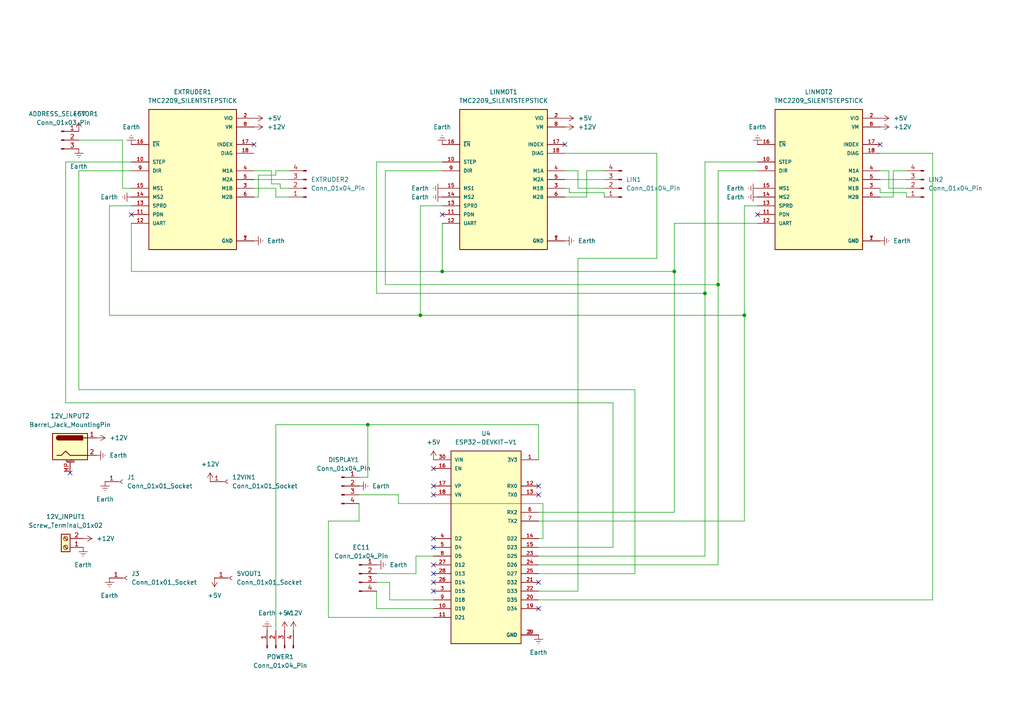
<source format=kicad_sch>
(kicad_sch (version 20231120) (generator "eeschema") (generator_version "8.0")
  (paper "A4")
  (lib_symbols
    (symbol "Connector:Barrel_Jack_MountingPin" (pin_names hide)
      (property "Reference" "J" (at 0 5.334 0))
      (property "Value" "Barrel_Jack_MountingPin" (at 1.27 -6.35 0))
      (symbol "Barrel_Jack_MountingPin_0_1"
        (rectangle (start -5.08 3.81) (end 5.08 -3.81) (stroke (width 0.254)) (fill (type background)))
        (arc (start -3.302 3.175) (mid -3.9343 2.54) (end -3.302 1.905) (stroke (width 0.254)))
        (arc (start -3.302 3.175) (mid -3.9343 2.54) (end -3.302 1.905) (stroke (width 0.254)) (fill (type outline)))
        (polyline (pts (xy 5.08 2.54) (xy 3.81 2.54)) (stroke (width 0.254)))
        (polyline (pts (xy -3.81 -2.54) (xy -2.54 -2.54) (xy -1.27 -1.27) (xy 0 -2.54) (xy 2.54 -2.54) (xy 5.08 -2.54)) (stroke (width 0.254)))
        (rectangle (start 3.683 3.175) (end -3.302 1.905) (stroke (width 0.254)) (fill (type outline)))
      )
      (symbol "Barrel_Jack_MountingPin_1_1"
        (polyline (pts (xy -1.016 -4.572) (xy 1.016 -4.572)) (stroke (width 0.1524)))
        (text "Mounting" (at 0 -4.191 0) (effects (font (size 0.381 0.381))))
        (pin passive line (at 7.62 2.54 180) (length 2.54) (name "~") (number "1"))
        (pin passive line (at 7.62 -2.54 180) (length 2.54) (name "~") (number "2"))
        (pin passive line (at 0 -7.62 90) (length 3.048) (name "MountPin") (number "MP"))
      )
    )
    (symbol "Connector:Conn_01x01_Socket" (pin_names (offset 1.016) hide)
      (property "Reference" "J" (at 0 2.54 0))
      (property "Value" "Conn_01x01_Socket" (at 0 -2.54 0))
      (symbol "Conn_01x01_Socket_1_1"
        (polyline (pts (xy -1.27 0) (xy -0.508 0)) (stroke (width 0.1524)))
        (arc (start 0 0.508) (mid -0.5058 0) (end 0 -0.508) (stroke (width 0.1524)))
        (pin passive line (at -5.08 0 0) (length 3.81) (name "Pin_1") (number "1"))
      )
    )
    (symbol "Connector:Conn_01x03_Pin" (pin_names (offset 1.016) hide)
      (property "Reference" "J" (at 0 5.08 0))
      (property "Value" "Conn_01x03_Pin" (at 0 -5.08 0))
      (symbol "Conn_01x03_Pin_1_1"
        (polyline (pts (xy 1.27 -2.54) (xy 0.8636 -2.54)) (stroke (width 0.1524)))
        (polyline (pts (xy 1.27 0) (xy 0.8636 0)) (stroke (width 0.1524)))
        (polyline (pts (xy 1.27 2.54) (xy 0.8636 2.54)) (stroke (width 0.1524)))
        (rectangle (start 0.8636 -2.413) (end 0 -2.667) (stroke (width 0.1524)) (fill (type outline)))
        (rectangle (start 0.8636 0.127) (end 0 -0.127) (stroke (width 0.1524)) (fill (type outline)))
        (rectangle (start 0.8636 2.667) (end 0 2.413) (stroke (width 0.1524)) (fill (type outline)))
        (pin passive line (at 5.08 2.54 180) (length 3.81) (name "Pin_1") (number "1"))
        (pin passive line (at 5.08 0 180) (length 3.81) (name "Pin_2") (number "2"))
        (pin passive line (at 5.08 -2.54 180) (length 3.81) (name "Pin_3") (number "3"))
      )
    )
    (symbol "Connector:Conn_01x04_Pin" (pin_names (offset 1.016) hide)
      (property "Reference" "J" (at 0 5.08 0))
      (property "Value" "Conn_01x04_Pin" (at 0 -7.62 0))
      (symbol "Conn_01x04_Pin_1_1"
        (polyline (pts (xy 1.27 -5.08) (xy 0.8636 -5.08)) (stroke (width 0.1524)))
        (polyline (pts (xy 1.27 -2.54) (xy 0.8636 -2.54)) (stroke (width 0.1524)))
        (polyline (pts (xy 1.27 0) (xy 0.8636 0)) (stroke (width 0.1524)))
        (polyline (pts (xy 1.27 2.54) (xy 0.8636 2.54)) (stroke (width 0.1524)))
        (rectangle (start 0.8636 -4.953) (end 0 -5.207) (stroke (width 0.1524)) (fill (type outline)))
        (rectangle (start 0.8636 -2.413) (end 0 -2.667) (stroke (width 0.1524)) (fill (type outline)))
        (rectangle (start 0.8636 0.127) (end 0 -0.127) (stroke (width 0.1524)) (fill (type outline)))
        (rectangle (start 0.8636 2.667) (end 0 2.413) (stroke (width 0.1524)) (fill (type outline)))
        (pin passive line (at 5.08 2.54 180) (length 3.81) (name "Pin_1") (number "1"))
        (pin passive line (at 5.08 0 180) (length 3.81) (name "Pin_2") (number "2"))
        (pin passive line (at 5.08 -2.54 180) (length 3.81) (name "Pin_3") (number "3"))
        (pin passive line (at 5.08 -5.08 180) (length 3.81) (name "Pin_4") (number "4"))
      )
    )
    (symbol "Connector:Screw_Terminal_01x02" (pin_names (offset 1.016) hide)
      (property "Reference" "J" (at 0 2.54 0))
      (property "Value" "Screw_Terminal_01x02" (at 0 -5.08 0))
      (symbol "Screw_Terminal_01x02_1_1"
        (rectangle (start -1.27 1.27) (end 1.27 -3.81) (stroke (width 0.254)) (fill (type background)))
        (circle (center 0 -2.54) (radius 0.635) (stroke (width 0.1524)))
        (polyline (pts (xy -0.5334 -2.2098) (xy 0.3302 -3.048)) (stroke (width 0.1524)))
        (polyline (pts (xy -0.5334 0.3302) (xy 0.3302 -0.508)) (stroke (width 0.1524)))
        (polyline (pts (xy -0.3556 -2.032) (xy 0.508 -2.8702)) (stroke (width 0.1524)))
        (polyline (pts (xy -0.3556 0.508) (xy 0.508 -0.3302)) (stroke (width 0.1524)))
        (circle (center 0 0) (radius 0.635) (stroke (width 0.1524)))
        (pin passive line (at -5.08 0 0) (length 3.81) (name "Pin_1") (number "1"))
        (pin passive line (at -5.08 -2.54 0) (length 3.81) (name "Pin_2") (number "2"))
      )
    )
    (symbol "ESP32-DEVKIT-V1:ESP32-DEVKIT-V1" (pin_names (offset 1.016))
      (property "Reference" "U" (at -10.16 30.48 0))
      (property "Value" "ESP32-DEVKIT-V1" (at -10.16 -30.48 0))
      (symbol "ESP32-DEVKIT-V1_0_0"
        (rectangle (start -10.16 -27.94) (end 10.16 27.94) (stroke (width 0.254)) (fill (type background)))
        (pin output line (at 15.24 25.4 180) (length 5.08) (name "3V3") (number "1"))
        (pin bidirectional line (at -15.24 -17.78 0) (length 5.08) (name "D19") (number "10"))
        (pin bidirectional line (at -15.24 -20.32 0) (length 5.08) (name "D21") (number "11"))
        (pin input line (at 15.24 17.78 180) (length 5.08) (name "RX0") (number "12"))
        (pin output line (at 15.24 15.24 180) (length 5.08) (name "TX0") (number "13"))
        (pin bidirectional line (at 15.24 2.54 180) (length 5.08) (name "D22") (number "14"))
        (pin bidirectional line (at 15.24 0 180) (length 5.08) (name "D23") (number "15"))
        (pin input line (at -15.24 22.86 0) (length 5.08) (name "EN") (number "16"))
        (pin bidirectional line (at -15.24 17.78 0) (length 5.08) (name "VP") (number "17"))
        (pin bidirectional line (at -15.24 15.24 0) (length 5.08) (name "VN") (number "18"))
        (pin bidirectional line (at 15.24 -17.78 180) (length 5.08) (name "D34") (number "19"))
        (pin power_in line (at 15.24 -25.4 180) (length 5.08) (name "GND") (number "2"))
        (pin bidirectional line (at 15.24 -15.24 180) (length 5.08) (name "D35") (number "20"))
        (pin bidirectional line (at 15.24 -10.16 180) (length 5.08) (name "D32") (number "21"))
        (pin bidirectional line (at 15.24 -12.7 180) (length 5.08) (name "D33") (number "22"))
        (pin bidirectional line (at 15.24 -2.54 180) (length 5.08) (name "D25") (number "23"))
        (pin bidirectional line (at 15.24 -5.08 180) (length 5.08) (name "D26") (number "24"))
        (pin bidirectional line (at 15.24 -7.62 180) (length 5.08) (name "D27") (number "25"))
        (pin bidirectional line (at -15.24 -10.16 0) (length 5.08) (name "D14") (number "26"))
        (pin bidirectional line (at -15.24 -5.08 0) (length 5.08) (name "D12") (number "27"))
        (pin bidirectional line (at -15.24 -7.62 0) (length 5.08) (name "D13") (number "28"))
        (pin power_in line (at 15.24 -25.4 180) (length 5.08) (name "GND") (number "29"))
        (pin bidirectional line (at -15.24 -12.7 0) (length 5.08) (name "D15") (number "3"))
        (pin input line (at -15.24 25.4 0) (length 5.08) (name "VIN") (number "30"))
        (pin bidirectional line (at -15.24 2.54 0) (length 5.08) (name "D2") (number "4"))
        (pin bidirectional line (at -15.24 0 0) (length 5.08) (name "D4") (number "5"))
        (pin input line (at 15.24 10.16 180) (length 5.08) (name "RX2") (number "6"))
        (pin output line (at 15.24 7.62 180) (length 5.08) (name "TX2") (number "7"))
        (pin bidirectional line (at -15.24 -2.54 0) (length 5.08) (name "D5") (number "8"))
        (pin bidirectional line (at -15.24 -15.24 0) (length 5.08) (name "D18") (number "9"))
      )
    )
    (symbol "TMC2209_SILENTSTEPSTICK:TMC2209_SILENTSTEPSTICK" (pin_names (offset 1.016))
      (property "Reference" "U" (at -12.7 22.86 0))
      (property "Value" "TMC2209_SILENTSTEPSTICK" (at -12.7 -22.86 0))
      (symbol "TMC2209_SILENTSTEPSTICK_0_0"
        (rectangle (start -12.7 -20.32) (end 12.7 20.32) (stroke (width 0.254)) (fill (type background)))
        (pin power_in line (at 17.78 -17.78 180) (length 5.08) (name "GND") (number "1"))
        (pin input line (at -17.78 5.08 0) (length 5.08) (name "STEP") (number "10"))
        (pin bidirectional line (at -17.78 -10.16 0) (length 5.08) (name "PDN") (number "11"))
        (pin bidirectional line (at -17.78 -12.7 0) (length 5.08) (name "UART") (number "12"))
        (pin input line (at -17.78 -7.62 0) (length 5.08) (name "SPRD") (number "13"))
        (pin input line (at -17.78 -5.08 0) (length 5.08) (name "MS2") (number "14"))
        (pin input line (at -17.78 -2.54 0) (length 5.08) (name "MS1") (number "15"))
        (pin input line (at -17.78 10.16 0) (length 5.08) (name "~{EN}") (number "16"))
        (pin output line (at 17.78 10.16 180) (length 5.08) (name "INDEX") (number "17"))
        (pin output line (at 17.78 7.62 180) (length 5.08) (name "DIAG") (number "18"))
        (pin power_in line (at 17.78 17.78 180) (length 5.08) (name "VIO") (number "2"))
        (pin output line (at 17.78 -2.54 180) (length 5.08) (name "M1B") (number "3"))
        (pin output line (at 17.78 2.54 180) (length 5.08) (name "M1A") (number "4"))
        (pin output line (at 17.78 0 180) (length 5.08) (name "M2A") (number "5"))
        (pin output line (at 17.78 -5.08 180) (length 5.08) (name "M2B") (number "6"))
        (pin power_in line (at 17.78 -17.78 180) (length 5.08) (name "GND") (number "7"))
        (pin power_in line (at 17.78 15.24 180) (length 5.08) (name "VM") (number "8"))
        (pin input line (at -17.78 2.54 0) (length 5.08) (name "DIR") (number "9"))
      )
    )
    (symbol "power:+12V" (power) (pin_numbers hide) (pin_names (offset 0) hide)
      (property "Value" "+12V" (at 0 3.556 0))
      (symbol "+12V_0_1"
        (polyline (pts (xy -0.762 1.27) (xy 0 2.54)))
        (polyline (pts (xy 0 0) (xy 0 2.54)))
        (polyline (pts (xy 0 2.54) (xy 0.762 1.27)))
      )
      (symbol "+12V_1_1"
        (pin power_in line (at 0 0 90) (length 0) (name "~") (number "1"))
      )
    )
    (symbol "power:+5V" (power) (pin_numbers hide) (pin_names (offset 0) hide)
      (property "Value" "+5V" (at 0 3.556 0))
      (symbol "+5V_0_1"
        (polyline (pts (xy -0.762 1.27) (xy 0 2.54)))
        (polyline (pts (xy 0 0) (xy 0 2.54)))
        (polyline (pts (xy 0 2.54) (xy 0.762 1.27)))
      )
      (symbol "+5V_1_1"
        (pin power_in line (at 0 0 90) (length 0) (name "~") (number "1"))
      )
    )
    (symbol "power:Earth" (power) (pin_numbers hide) (pin_names (offset 0) hide)
      (property "Value" "Earth" (at 0 -3.81 0))
      (symbol "Earth_0_1"
        (polyline (pts (xy -0.635 -1.905) (xy 0.635 -1.905)))
        (polyline (pts (xy -0.127 -2.54) (xy 0.127 -2.54)))
        (polyline (pts (xy 0 -1.27) (xy 0 0)))
        (polyline (pts (xy 1.27 -1.27) (xy -1.27 -1.27)))
      )
      (symbol "Earth_1_1"
        (pin power_in line (at 0 0 270) (length 0) (name "~") (number "1"))
      )
    )
  )
  (junction (at 208.28 82.55))
  (junction (at 204.47 85.09))
  (junction (at 128.27 78.74))
  (junction (at 195.58 78.74))
  (junction (at 106.68 123.19))
  (junction (at 121.92 91.44))
  (junction (at 215.9 91.44))
  (no_connect (at 20.32 137.16))
  (no_connect (at 128.27 62.23))
  (no_connect (at 125.73 166.37))
  (no_connect (at 125.73 163.83))
  (no_connect (at 38.1 62.23))
  (no_connect (at 156.21 140.97))
  (no_connect (at 163.83 41.91))
  (no_connect (at 219.71 62.23))
  (no_connect (at 255.27 41.91))
  (no_connect (at 125.73 135.89))
  (no_connect (at 125.73 143.51))
  (no_connect (at 156.21 143.51))
  (no_connect (at 125.73 156.21))
  (no_connect (at 125.73 171.45))
  (no_connect (at 125.73 140.97))
  (no_connect (at 125.73 158.75))
  (no_connect (at 125.73 168.91))
  (no_connect (at 156.21 168.91))
  (no_connect (at 73.66 41.91))
  (no_connect (at 156.21 176.53))
  (wire (pts (xy 74.93 50.8) (xy 74.93 57.15)))
  (wire (pts (xy 163.83 54.61) (xy 165.1 54.61)))
  (wire (pts (xy 115.57 143.51) (xy 104.14 143.51)))
  (wire (pts (xy 109.22 46.99) (xy 109.22 85.09)))
  (wire (pts (xy 170.18 57.15) (xy 170.18 49.53)))
  (wire (pts (xy 95.25 179.07) (xy 95.25 151.13)))
  (wire (pts (xy 270.51 44.45) (xy 270.51 173.99)))
  (wire (pts (xy 208.28 49.53) (xy 219.71 49.53)))
  (wire (pts (xy 259.08 57.15) (xy 259.08 49.53)))
  (wire (pts (xy 121.92 59.69) (xy 121.92 91.44)))
  (wire (pts (xy 81.28 54.61) (xy 83.82 54.61)))
  (wire (pts (xy 38.1 46.99) (xy 19.05 46.99)))
  (wire (pts (xy 35.56 54.61) (xy 38.1 54.61)))
  (wire (pts (xy 115.57 146.05) (xy 115.57 143.51)))
  (wire (pts (xy 165.1 54.61) (xy 165.1 55.88)))
  (wire (pts (xy 208.28 82.55) (xy 208.28 49.53)))
  (wire (pts (xy 167.64 171.45) (xy 167.64 74.93)))
  (wire (pts (xy 128.27 78.74) (xy 195.58 78.74)))
  (wire (pts (xy 106.68 123.19) (xy 80.01 123.19)))
  (wire (pts (xy 156.21 161.29) (xy 204.47 161.29)))
  (wire (pts (xy 113.03 173.99) (xy 113.03 168.91)))
  (wire (pts (xy 19.05 46.99) (xy 19.05 116.84)))
  (wire (pts (xy 128.27 49.53) (xy 111.76 49.53)))
  (wire (pts (xy 255.27 49.53) (xy 257.81 49.53)))
  (wire (pts (xy 204.47 85.09) (xy 204.47 46.99)))
  (wire (pts (xy 215.9 59.69) (xy 219.71 59.69)))
  (wire (pts (xy 255.27 52.07) (xy 262.89 52.07)))
  (wire (pts (xy 22.86 113.03) (xy 22.86 49.53)))
  (wire (pts (xy 175.26 55.88) (xy 175.26 57.15)))
  (wire (pts (xy 163.83 49.53) (xy 167.64 49.53)))
  (wire (pts (xy 73.66 52.07) (xy 83.82 52.07)))
  (wire (pts (xy 22.86 49.53) (xy 38.1 49.53)))
  (wire (pts (xy 184.15 113.03) (xy 184.15 166.37)))
  (wire (pts (xy 195.58 64.77) (xy 219.71 64.77)))
  (wire (pts (xy 80.01 57.15) (xy 83.82 57.15)))
  (wire (pts (xy 195.58 78.74) (xy 195.58 64.77)))
  (wire (pts (xy 73.66 54.61) (xy 80.01 54.61)))
  (wire (pts (xy 156.21 151.13) (xy 215.9 151.13)))
  (wire (pts (xy 80.01 123.19) (xy 80.01 182.88)))
  (wire (pts (xy 106.68 123.19) (xy 106.68 138.43)))
  (wire (pts (xy 156.21 163.83) (xy 208.28 163.83)))
  (wire (pts (xy 184.15 166.37) (xy 156.21 166.37)))
  (wire (pts (xy 167.64 74.93) (xy 190.5 74.93)))
  (wire (pts (xy 208.28 163.83) (xy 208.28 82.55)))
  (wire (pts (xy 106.68 138.43) (xy 104.14 138.43)))
  (wire (pts (xy 262.89 55.88) (xy 262.89 57.15)))
  (wire (pts (xy 73.66 49.53) (xy 78.74 49.53)))
  (wire (pts (xy 195.58 148.59) (xy 195.58 78.74)))
  (wire (pts (xy 156.21 156.21) (xy 157.48 156.21)))
  (wire (pts (xy 255.27 57.15) (xy 259.08 57.15)))
  (wire (pts (xy 257.81 54.61) (xy 262.89 54.61)))
  (wire (pts (xy 19.05 116.84) (xy 177.8 116.84)))
  (wire (pts (xy 125.73 161.29) (xy 120.65 161.29)))
  (wire (pts (xy 95.25 151.13) (xy 104.14 151.13)))
  (wire (pts (xy 113.03 168.91) (xy 109.22 168.91)))
  (wire (pts (xy 156.21 173.99) (xy 270.51 173.99)))
  (wire (pts (xy 31.75 59.69) (xy 31.75 91.44)))
  (wire (pts (xy 80.01 49.53) (xy 80.01 50.8)))
  (wire (pts (xy 128.27 59.69) (xy 121.92 59.69)))
  (wire (pts (xy 111.76 49.53) (xy 111.76 82.55)))
  (wire (pts (xy 156.21 148.59) (xy 195.58 148.59)))
  (wire (pts (xy 257.81 49.53) (xy 257.81 54.61)))
  (wire (pts (xy 104.14 151.13) (xy 104.14 146.05)))
  (wire (pts (xy 255.27 55.88) (xy 262.89 55.88)))
  (wire (pts (xy 177.8 116.84) (xy 177.8 158.75)))
  (wire (pts (xy 204.47 161.29) (xy 204.47 85.09)))
  (wire (pts (xy 259.08 49.53) (xy 262.89 49.53)))
  (wire (pts (xy 157.48 156.21) (xy 157.48 146.05)))
  (wire (pts (xy 81.28 53.34) (xy 81.28 54.61)))
  (wire (pts (xy 38.1 78.74) (xy 128.27 78.74)))
  (wire (pts (xy 177.8 158.75) (xy 156.21 158.75)))
  (wire (pts (xy 156.21 123.19) (xy 106.68 123.19)))
  (wire (pts (xy 121.92 91.44) (xy 215.9 91.44)))
  (wire (pts (xy 184.15 113.03) (xy 22.86 113.03)))
  (wire (pts (xy 80.01 54.61) (xy 80.01 57.15)))
  (wire (pts (xy 167.64 49.53) (xy 167.64 54.61)))
  (wire (pts (xy 215.9 151.13) (xy 215.9 91.44)))
  (wire (pts (xy 190.5 74.93) (xy 190.5 44.45)))
  (wire (pts (xy 255.27 54.61) (xy 255.27 55.88)))
  (wire (pts (xy 128.27 46.99) (xy 109.22 46.99)))
  (wire (pts (xy 167.64 54.61) (xy 175.26 54.61)))
  (wire (pts (xy 80.01 50.8) (xy 74.93 50.8)))
  (wire (pts (xy 255.27 44.45) (xy 270.51 44.45)))
  (wire (pts (xy 156.21 133.35) (xy 156.21 123.19)))
  (wire (pts (xy 128.27 64.77) (xy 128.27 78.74)))
  (wire (pts (xy 163.83 52.07) (xy 175.26 52.07)))
  (wire (pts (xy 38.1 64.77) (xy 38.1 78.74)))
  (wire (pts (xy 120.65 161.29) (xy 120.65 166.37)))
  (wire (pts (xy 120.65 166.37) (xy 109.22 166.37)))
  (wire (pts (xy 109.22 85.09) (xy 204.47 85.09)))
  (wire (pts (xy 74.93 57.15) (xy 73.66 57.15)))
  (wire (pts (xy 83.82 49.53) (xy 80.01 49.53)))
  (wire (pts (xy 215.9 91.44) (xy 215.9 59.69)))
  (wire (pts (xy 170.18 49.53) (xy 175.26 49.53)))
  (wire (pts (xy 35.56 40.64) (xy 35.56 54.61)))
  (wire (pts (xy 31.75 91.44) (xy 121.92 91.44)))
  (wire (pts (xy 157.48 146.05) (xy 115.57 146.05)))
  (wire (pts (xy 204.47 46.99) (xy 219.71 46.99)))
  (wire (pts (xy 165.1 55.88) (xy 175.26 55.88)))
  (wire (pts (xy 78.74 49.53) (xy 78.74 53.34)))
  (wire (pts (xy 78.74 53.34) (xy 81.28 53.34)))
  (wire (pts (xy 125.73 179.07) (xy 95.25 179.07)))
  (wire (pts (xy 125.73 176.53) (xy 109.22 176.53)))
  (wire (pts (xy 109.22 176.53) (xy 109.22 171.45)))
  (wire (pts (xy 163.83 57.15) (xy 170.18 57.15)))
  (wire (pts (xy 111.76 82.55) (xy 208.28 82.55)))
  (wire (pts (xy 156.21 171.45) (xy 167.64 171.45)))
  (wire (pts (xy 38.1 59.69) (xy 31.75 59.69)))
  (wire (pts (xy 125.73 173.99) (xy 113.03 173.99)))
  (wire (pts (xy 22.86 40.64) (xy 35.56 40.64)))
  (wire (pts (xy 190.5 44.45) (xy 163.83 44.45)))
  (symbol (lib_id "ESP32-DEVKIT-V1:ESP32-DEVKIT-V1") (at 140.97 158.75 0) (unit 1)
    (property "Reference" "U4" (at 140.97 125.73 0))
    (property "Value" "ESP32-DEVKIT-V1" (at 140.97 128.27 0))
    (property "Footprint" "ESP32-DEVKIT-V1:MODULE_ESP32_DEVKIT_V1" (effects (hide yes)))
    (property "MF" "Do it" (effects (hide yes)))
    (property "MAXIMUM_PACKAGE_HEIGHT" "6.8 mm" (effects (hide yes)))
    (property "Package" "None" (effects (hide yes)))
    (property "Price" "None" (effects (hide yes)))
    (property "Check_prices" "https://www.snapeda.com/parts/ESP32-DEVKIT-V1/Do+it/view-part/?ref=eda" (effects (hide yes)))
    (property "STANDARD" "Manufacturer Recommendations" (effects (hide yes)))
    (property "PARTREV" "N/A" (effects (hide yes)))
    (property "SnapEDA_Link" "https://www.snapeda.com/parts/ESP32-DEVKIT-V1/Do+it/view-part/?ref=snap" (effects (hide yes)))
    (property "MP" "ESP32-DEVKIT-V1" (effects (hide yes)))
    (property "Description_1" "\nDual core, Wi-Fi: 2.4 GHz up to 150 Mbits/s,BLE (Bluetooth Low Energy) and legacy Bluetooth, 32 bits, Up to 240 MHz\n" (effects (hide yes)))
    (property "Availability" "Not in stock" (effects (hide yes)))
    (property "MANUFACTURER" "DOIT" (effects (hide yes)))
  )
  (symbol (lib_id "power:Earth") (at 219.71 57.15 270) (unit 1)
    (property "Reference" "#PWR014" (effects (hide yes)))
    (property "Value" "Earth" (at 215.9 57.1499 90) (effects (justify right)))
    (property "Description" "Power symbol creates a global label with name \"Earth\"" (effects (hide yes)))
  )
  (symbol (lib_id "Connector:Conn_01x01_Socket") (at 36.83 167.64 0) (unit 1)
    (property "Reference" "J3" (at 38.1 166.3699 0) (effects (justify left)))
    (property "Value" "Conn_01x01_Socket" (at 38.1 168.9099 0) (effects (justify left)))
    (property "Footprint" "Connector_PinHeader_2.54mm:PinHeader_1x01_P2.54mm_Vertical" (effects (hide yes)))
    (property "Description" "Generic connector, single row, 01x01, script generated" (effects (hide yes)))
  )
  (symbol (lib_id "power:Earth") (at 73.66 69.85 90) (unit 1)
    (property "Reference" "#PWR01" (effects (hide yes)))
    (property "Value" "Earth" (at 77.47 69.8499 90) (effects (justify right)))
    (property "Description" "Power symbol creates a global label with name \"Earth\"" (effects (hide yes)))
  )
  (symbol (lib_id "power:+12V") (at 85.09 182.88 0) (unit 1)
    (property "Reference" "#PWR020" (effects (hide yes)))
    (property "Value" "+12V" (at 85.09 177.8 0))
    (property "Description" "Power symbol creates a global label with name \"+12V\"" (effects (hide yes)))
  )
  (symbol (lib_id "power:Earth") (at 163.83 69.85 90) (unit 1)
    (property "Reference" "#PWR02" (effects (hide yes)))
    (property "Value" "Earth" (at 167.64 69.8499 90) (effects (justify right)))
    (property "Description" "Power symbol creates a global label with name \"Earth\"" (effects (hide yes)))
  )
  (symbol (lib_id "power:Earth") (at 27.94 132.08 90) (unit 1)
    (property "Reference" "#PWR022" (effects (hide yes)))
    (property "Value" "Earth" (at 31.75 132.0799 90) (effects (justify right)))
    (property "Description" "Power symbol creates a global label with name \"Earth\"" (effects (hide yes)))
  )
  (symbol (lib_id "power:Earth") (at 24.13 158.75 0) (unit 1)
    (property "Reference" "#PWR026" (effects (hide yes)))
    (property "Value" "Earth" (at 24.13 163.83 0))
    (property "Description" "Power symbol creates a global label with name \"Earth\"" (effects (hide yes)))
  )
  (symbol (lib_id "power:Earth") (at 38.1 57.15 270) (unit 1)
    (property "Reference" "#PWR023" (effects (hide yes)))
    (property "Value" "Earth" (at 34.29 57.1499 90) (effects (justify right)))
    (property "Description" "Power symbol creates a global label with name \"Earth\"" (effects (hide yes)))
  )
  (symbol (lib_id "Connector:Conn_01x04_Pin") (at 88.9 54.61 180) (unit 1)
    (property "Reference" "EXTRUDER2" (at 90.17 52.0699 0) (effects (justify right)))
    (property "Value" "Conn_01x04_Pin" (at 90.17 54.6099 0) (effects (justify right)))
    (property "Footprint" "Connector_PinSocket_2.54mm:PinSocket_1x04_P2.54mm_Vertical" (effects (hide yes)))
    (property "Description" "Generic connector, single row, 01x04, script generated" (effects (hide yes)))
  )
  (symbol (lib_id "power:+12V") (at 60.96 139.7 0) (unit 1)
    (property "Reference" "#PWR06" (effects (hide yes)))
    (property "Value" "+12V" (at 60.96 134.62 0))
    (property "Description" "Power symbol creates a global label with name \"+12V\"" (effects (hide yes)))
  )
  (symbol (lib_id "power:+5V") (at 163.83 34.29 270) (unit 1)
    (property "Reference" "#PWR030" (effects (hide yes)))
    (property "Value" "+5V" (at 167.64 34.2899 90) (effects (justify left)))
    (property "Description" "Power symbol creates a global label with name \"+5V\"" (effects (hide yes)))
  )
  (symbol (lib_id "Connector:Conn_01x04_Pin") (at 104.14 166.37 0) (unit 1)
    (property "Reference" "EC11" (at 104.775 158.75 0))
    (property "Value" "Conn_01x04_Pin" (at 104.775 161.29 0))
    (property "Footprint" "Connector_PinHeader_2.54mm:PinHeader_1x04_P2.54mm_Vertical" (effects (hide yes)))
    (property "Description" "Generic connector, single row, 01x04, script generated" (effects (hide yes)))
  )
  (symbol (lib_id "power:Earth") (at 31.75 167.64 0) (unit 1)
    (property "Reference" "#PWR05" (effects (hide yes)))
    (property "Value" "Earth" (at 31.75 172.72 0))
    (property "Description" "Power symbol creates a global label with name \"Earth\"" (effects (hide yes)))
  )
  (symbol (lib_id "Connector:Conn_01x03_Pin") (at 17.78 40.64 0) (unit 1)
    (property "Reference" "ADDRESS_SELECTOR1" (at 18.415 33.02 0))
    (property "Value" "Conn_01x03_Pin" (at 18.415 35.56 0))
    (property "Footprint" "Connector_PinHeader_2.54mm:PinHeader_1x03_P2.54mm_Vertical" (effects (hide yes)))
    (property "Description" "Generic connector, single row, 01x03, script generated" (effects (hide yes)))
  )
  (symbol (lib_id "power:+12V") (at 163.83 36.83 270) (unit 1)
    (property "Reference" "#PWR028" (effects (hide yes)))
    (property "Value" "+12V" (at 167.64 36.8299 90) (effects (justify left)))
    (property "Description" "Power symbol creates a global label with name \"+12V\"" (effects (hide yes)))
  )
  (symbol (lib_id "Connector:Conn_01x01_Socket") (at 66.04 139.7 0) (unit 1)
    (property "Reference" "12VIN1" (at 67.31 138.4299 0) (effects (justify left)))
    (property "Value" "Conn_01x01_Socket" (at 67.31 140.9699 0) (effects (justify left)))
    (property "Footprint" "Connector_PinHeader_2.54mm:PinHeader_1x01_P2.54mm_Vertical" (effects (hide yes)))
    (property "Description" "Generic connector, single row, 01x01, script generated" (effects (hide yes)))
  )
  (symbol (lib_id "power:Earth") (at 255.27 69.85 90) (unit 1)
    (property "Reference" "#PWR03" (effects (hide yes)))
    (property "Value" "Earth" (at 259.08 69.8499 90) (effects (justify right)))
    (property "Description" "Power symbol creates a global label with name \"Earth\"" (effects (hide yes)))
  )
  (symbol (lib_id "Connector:Conn_01x04_Pin") (at 267.97 54.61 180) (unit 1)
    (property "Reference" "LIN2" (at 269.24 52.0699 0) (effects (justify right)))
    (property "Value" "Conn_01x04_Pin" (at 269.24 54.6099 0) (effects (justify right)))
    (property "Footprint" "Connector_PinSocket_2.54mm:PinSocket_1x04_P2.54mm_Vertical" (effects (hide yes)))
    (property "Description" "Generic connector, single row, 01x04, script generated" (effects (hide yes)))
  )
  (symbol (lib_id "Connector:Conn_01x04_Pin") (at 180.34 54.61 180) (unit 1)
    (property "Reference" "LIN1" (at 181.61 52.0699 0) (effects (justify right)))
    (property "Value" "Conn_01x04_Pin" (at 181.61 54.6099 0) (effects (justify right)))
    (property "Footprint" "Connector_PinSocket_2.54mm:PinSocket_1x04_P2.54mm_Vertical" (effects (hide yes)))
    (property "Description" "Generic connector, single row, 01x04, script generated" (effects (hide yes)))
  )
  (symbol (lib_id "power:+12V") (at 27.94 127 270) (unit 1)
    (property "Reference" "#PWR021" (effects (hide yes)))
    (property "Value" "+12V" (at 31.75 126.9999 90) (effects (justify left)))
    (property "Description" "Power symbol creates a global label with name \"+12V\"" (effects (hide yes)))
  )
  (symbol (lib_id "power:Earth") (at 104.14 140.97 90) (unit 1)
    (property "Reference" "#PWR017" (effects (hide yes)))
    (property "Value" "Earth" (at 107.95 140.9699 90) (effects (justify right)))
    (property "Description" "Power symbol creates a global label with name \"Earth\"" (effects (hide yes)))
  )
  (symbol (lib_id "power:Earth") (at 219.71 41.91 180) (unit 1)
    (property "Reference" "#PWR034" (effects (hide yes)))
    (property "Value" "Earth" (at 219.71 36.83 0))
    (property "Description" "Power symbol creates a global label with name \"Earth\"" (effects (hide yes)))
  )
  (symbol (lib_id "power:+5V") (at 125.73 133.35 0) (unit 1)
    (property "Reference" "#PWR08" (effects (hide yes)))
    (property "Value" "+5V" (at 125.73 128.27 0))
    (property "Description" "Power symbol creates a global label with name \"+5V\"" (effects (hide yes)))
  )
  (symbol (lib_id "TMC2209_SILENTSTEPSTICK:TMC2209_SILENTSTEPSTICK") (at 146.05 52.07 0) (unit 1)
    (property "Reference" "LINMOT1" (at 146.05 26.67 0))
    (property "Value" "TMC2209_SILENTSTEPSTICK" (at 146.05 29.21 0))
    (property "Footprint" "TMC2209_SILENTSTEPSTICK:MODULE_TMC2209_SILENTSTEPSTICK" (effects (hide yes)))
    (property "MF" "Trinamic Motion Control GmbH" (effects (hide yes)))
    (property "Description_1" "\nTMC2209 Motor Controller/Driver Power Management Evaluation Board\n" (effects (hide yes)))
    (property "Package" "None" (effects (hide yes)))
    (property "Price" "None" (effects (hide yes)))
    (property "Check_prices" "https://www.snapeda.com/parts/TMC2209%20SILENTSTEPSTICK/Trinamic+Motion+Control+GmbH/view-part/?ref=eda" (effects (hide yes)))
    (property "STANDARD" "Manufacturer Recommendations" (effects (hide yes)))
    (property "PARTREV" "1.20" (effects (hide yes)))
    (property "SnapEDA_Link" "https://www.snapeda.com/parts/TMC2209%20SILENTSTEPSTICK/Trinamic+Motion+Control+GmbH/view-part/?ref=snap" (effects (hide yes)))
    (property "MP" "TMC2209 SILENTSTEPSTICK" (effects (hide yes)))
    (property "MANUFACTURER" "Trinamic Motion Control GmbH" (effects (hide yes)))
    (property "Availability" "In Stock" (effects (hide yes)))
    (property "SNAPEDA_PN" "TMC2209 SILENTSTEPSTICK" (effects (hide yes)))
  )
  (symbol (lib_id "power:Earth") (at 156.21 184.15 0) (unit 1)
    (property "Reference" "#PWR09" (effects (hide yes)))
    (property "Value" "Earth" (at 156.21 189.23 0))
    (property "Description" "Power symbol creates a global label with name \"Earth\"" (effects (hide yes)))
  )
  (symbol (lib_id "TMC2209_SILENTSTEPSTICK:TMC2209_SILENTSTEPSTICK") (at 237.49 52.07 0) (unit 1)
    (property "Reference" "LINMOT2" (at 237.49 26.67 0))
    (property "Value" "TMC2209_SILENTSTEPSTICK" (at 237.49 29.21 0))
    (property "Footprint" "TMC2209_SILENTSTEPSTICK:MODULE_TMC2209_SILENTSTEPSTICK" (effects (hide yes)))
    (property "MF" "Trinamic Motion Control GmbH" (effects (hide yes)))
    (property "Description_1" "\nTMC2209 Motor Controller/Driver Power Management Evaluation Board\n" (effects (hide yes)))
    (property "Package" "None" (effects (hide yes)))
    (property "Price" "None" (effects (hide yes)))
    (property "Check_prices" "https://www.snapeda.com/parts/TMC2209%20SILENTSTEPSTICK/Trinamic+Motion+Control+GmbH/view-part/?ref=eda" (effects (hide yes)))
    (property "STANDARD" "Manufacturer Recommendations" (effects (hide yes)))
    (property "PARTREV" "1.20" (effects (hide yes)))
    (property "SnapEDA_Link" "https://www.snapeda.com/parts/TMC2209%20SILENTSTEPSTICK/Trinamic+Motion+Control+GmbH/view-part/?ref=snap" (effects (hide yes)))
    (property "MP" "TMC2209 SILENTSTEPSTICK" (effects (hide yes)))
    (property "MANUFACTURER" "Trinamic Motion Control GmbH" (effects (hide yes)))
    (property "Availability" "In Stock" (effects (hide yes)))
    (property "SNAPEDA_PN" "TMC2209 SILENTSTEPSTICK" (effects (hide yes)))
  )
  (symbol (lib_id "power:+5V") (at 255.27 34.29 270) (unit 1)
    (property "Reference" "#PWR031" (effects (hide yes)))
    (property "Value" "+5V" (at 259.08 34.2899 90) (effects (justify left)))
    (property "Description" "Power symbol creates a global label with name \"+5V\"" (effects (hide yes)))
  )
  (symbol (lib_id "power:Earth") (at 219.71 54.61 270) (unit 1)
    (property "Reference" "#PWR012" (effects (hide yes)))
    (property "Value" "Earth" (at 215.9 54.6099 90) (effects (justify right)))
    (property "Description" "Power symbol creates a global label with name \"Earth\"" (effects (hide yes)))
  )
  (symbol (lib_id "power:Earth") (at 128.27 41.91 180) (unit 1)
    (property "Reference" "#PWR033" (effects (hide yes)))
    (property "Value" "Earth" (at 128.27 36.83 0))
    (property "Description" "Power symbol creates a global label with name \"Earth\"" (effects (hide yes)))
  )
  (symbol (lib_id "power:Earth") (at 22.86 43.18 0) (unit 1)
    (property "Reference" "#PWR025" (effects (hide yes)))
    (property "Value" "Earth" (at 22.86 48.26 0))
    (property "Description" "Power symbol creates a global label with name \"Earth\"" (effects (hide yes)))
  )
  (symbol (lib_id "power:+5V") (at 62.23 167.64 180) (unit 1)
    (property "Reference" "#PWR07" (effects (hide yes)))
    (property "Value" "+5V" (at 62.23 172.72 0))
    (property "Description" "Power symbol creates a global label with name \"+5V\"" (effects (hide yes)))
  )
  (symbol (lib_id "power:+5V") (at 82.55 182.88 0) (unit 1)
    (property "Reference" "#PWR019" (effects (hide yes)))
    (property "Value" "+5V" (at 82.55 177.8 0))
    (property "Description" "Power symbol creates a global label with name \"+5V\"" (effects (hide yes)))
  )
  (symbol (lib_id "power:+12V") (at 24.13 156.21 270) (unit 1)
    (property "Reference" "#PWR027" (effects (hide yes)))
    (property "Value" "+12V" (at 27.94 156.2099 90) (effects (justify left)))
    (property "Description" "Power symbol creates a global label with name \"+12V\"" (effects (hide yes)))
  )
  (symbol (lib_id "power:+5V") (at 73.66 34.29 270) (unit 1)
    (property "Reference" "#PWR016" (effects (hide yes)))
    (property "Value" "+5V" (at 77.47 34.2899 90) (effects (justify left)))
    (property "Description" "Power symbol creates a global label with name \"+5V\"" (effects (hide yes)))
  )
  (symbol (lib_id "Connector:Barrel_Jack_MountingPin") (at 20.32 129.54 0) (unit 1)
    (property "Reference" "12V_INPUT2" (at 20.32 120.65 0))
    (property "Value" "Barrel_Jack_MountingPin" (at 20.32 123.19 0))
    (property "Footprint" "Connector_BarrelJack:BarrelJack_Horizontal" (effects (hide yes)))
    (property "Description" "DC Barrel Jack with a mounting pin" (effects (hide yes)))
  )
  (symbol (lib_id "power:Earth") (at 77.47 182.88 180) (unit 1)
    (property "Reference" "#PWR018" (effects (hide yes)))
    (property "Value" "Earth" (at 77.47 177.8 0))
    (property "Description" "Power symbol creates a global label with name \"Earth\"" (effects (hide yes)))
  )
  (symbol (lib_id "Connector:Conn_01x01_Socket") (at 35.56 139.7 0) (unit 1)
    (property "Reference" "J1" (at 36.83 138.4299 0) (effects (justify left)))
    (property "Value" "Conn_01x01_Socket" (at 36.83 140.9699 0) (effects (justify left)))
    (property "Footprint" "Connector_PinHeader_2.54mm:PinHeader_1x01_P2.54mm_Vertical" (effects (hide yes)))
    (property "Description" "Generic connector, single row, 01x01, script generated" (effects (hide yes)))
  )
  (symbol (lib_id "power:+5V") (at 22.86 38.1 0) (unit 1)
    (property "Reference" "#PWR024" (effects (hide yes)))
    (property "Value" "+5V" (at 22.86 33.02 0))
    (property "Description" "Power symbol creates a global label with name \"+5V\"" (effects (hide yes)))
  )
  (symbol (lib_id "power:Earth") (at 128.27 54.61 270) (unit 1)
    (property "Reference" "#PWR010" (effects (hide yes)))
    (property "Value" "Earth" (at 124.46 54.6099 90) (effects (justify right)))
    (property "Description" "Power symbol creates a global label with name \"Earth\"" (effects (hide yes)))
  )
  (symbol (lib_id "power:+12V") (at 255.27 36.83 270) (unit 1)
    (property "Reference" "#PWR029" (effects (hide yes)))
    (property "Value" "+12V" (at 259.08 36.8299 90) (effects (justify left)))
    (property "Description" "Power symbol creates a global label with name \"+12V\"" (effects (hide yes)))
  )
  (symbol (lib_id "Connector:Screw_Terminal_01x02") (at 19.05 158.75 180) (unit 1)
    (property "Reference" "12V_INPUT1" (at 19.05 149.86 0))
    (property "Value" "Screw_Terminal_01x02" (at 19.05 152.4 0))
    (property "Footprint" "TerminalBlock:TerminalBlock_bornier-2_P5.08mm" (effects (hide yes)))
    (property "Description" "Generic screw terminal, single row, 01x02, script generated (kicad-library-utils/schlib/autogen/connector/)" (effects (hide yes)))
  )
  (symbol (lib_id "TMC2209_SILENTSTEPSTICK:TMC2209_SILENTSTEPSTICK") (at 55.88 52.07 0) (unit 1)
    (property "Reference" "EXTRUDER1" (at 55.88 26.67 0))
    (property "Value" "TMC2209_SILENTSTEPSTICK" (at 55.88 29.21 0))
    (property "Footprint" "TMC2209_SILENTSTEPSTICK:MODULE_TMC2209_SILENTSTEPSTICK" (effects (hide yes)))
    (property "MF" "Trinamic Motion Control GmbH" (effects (hide yes)))
    (property "Description_1" "\nTMC2209 Motor Controller/Driver Power Management Evaluation Board\n" (effects (hide yes)))
    (property "Package" "None" (effects (hide yes)))
    (property "Price" "None" (effects (hide yes)))
    (property "Check_prices" "https://www.snapeda.com/parts/TMC2209%20SILENTSTEPSTICK/Trinamic+Motion+Control+GmbH/view-part/?ref=eda" (effects (hide yes)))
    (property "STANDARD" "Manufacturer Recommendations" (effects (hide yes)))
    (property "PARTREV" "1.20" (effects (hide yes)))
    (property "SnapEDA_Link" "https://www.snapeda.com/parts/TMC2209%20SILENTSTEPSTICK/Trinamic+Motion+Control+GmbH/view-part/?ref=snap" (effects (hide yes)))
    (property "MP" "TMC2209 SILENTSTEPSTICK" (effects (hide yes)))
    (property "MANUFACTURER" "Trinamic Motion Control GmbH" (effects (hide yes)))
    (property "Availability" "In Stock" (effects (hide yes)))
    (property "SNAPEDA_PN" "TMC2209 SILENTSTEPSTICK" (effects (hide yes)))
  )
  (symbol (lib_id "power:Earth") (at 128.27 57.15 270) (unit 1)
    (property "Reference" "#PWR011" (effects (hide yes)))
    (property "Value" "Earth" (at 124.46 57.1499 90) (effects (justify right)))
    (property "Description" "Power symbol creates a global label with name \"Earth\"" (effects (hide yes)))
  )
  (symbol (lib_id "power:Earth") (at 38.1 41.91 180) (unit 1)
    (property "Reference" "#PWR032" (effects (hide yes)))
    (property "Value" "Earth" (at 38.1 36.83 0))
    (property "Description" "Power symbol creates a global label with name \"Earth\"" (effects (hide yes)))
  )
  (symbol (lib_id "Connector:Conn_01x04_Pin") (at 80.01 187.96 90) (unit 1)
    (property "Reference" "POWER1" (at 81.28 190.5 90))
    (property "Value" "Conn_01x04_Pin" (at 81.28 193.04 90))
    (property "Footprint" "Connector_PinHeader_2.54mm:PinHeader_1x04_P2.54mm_Vertical" (effects (hide yes)))
    (property "Description" "Generic connector, single row, 01x04, script generated" (effects (hide yes)))
  )
  (symbol (lib_id "Connector:Conn_01x04_Pin") (at 99.06 140.97 0) (unit 1)
    (property "Reference" "DISPLAY1" (at 99.695 133.35 0))
    (property "Value" "Conn_01x04_Pin" (at 99.695 135.89 0))
    (property "Footprint" "Connector_PinHeader_2.54mm:PinHeader_1x04_P2.54mm_Vertical" (effects (hide yes)))
    (property "Description" "Generic connector, single row, 01x04, script generated" (effects (hide yes)))
  )
  (symbol (lib_id "Connector:Conn_01x01_Socket") (at 67.31 167.64 0) (unit 1)
    (property "Reference" "5VOUT1" (at 68.58 166.3699 0) (effects (justify left)))
    (property "Value" "Conn_01x01_Socket" (at 68.58 168.9099 0) (effects (justify left)))
    (property "Footprint" "Connector_PinHeader_2.54mm:PinHeader_1x01_P2.54mm_Vertical" (effects (hide yes)))
    (property "Description" "Generic connector, single row, 01x01, script generated" (effects (hide yes)))
  )
  (symbol (lib_id "power:Earth") (at 109.22 163.83 90) (unit 1)
    (property "Reference" "#PWR013" (effects (hide yes)))
    (property "Value" "Earth" (at 113.03 163.8299 90) (effects (justify right)))
    (property "Description" "Power symbol creates a global label with name \"Earth\"" (effects (hide yes)))
  )
  (symbol (lib_id "power:+12V") (at 73.66 36.83 270) (unit 1)
    (property "Reference" "#PWR015" (effects (hide yes)))
    (property "Value" "+12V" (at 77.47 36.8299 90) (effects (justify left)))
    (property "Description" "Power symbol creates a global label with name \"+12V\"" (effects (hide yes)))
  )
  (symbol (lib_id "power:Earth") (at 30.48 139.7 0) (unit 1)
    (property "Reference" "#PWR04" (effects (hide yes)))
    (property "Value" "Earth" (at 30.48 144.78 0))
    (property "Description" "Power symbol creates a global label with name \"Earth\"" (effects (hide yes)))
  )
)
</source>
